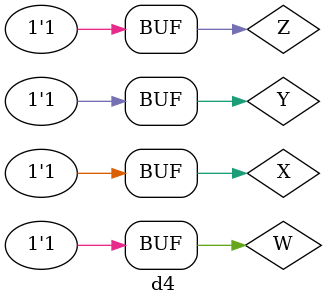
<source format=v>
module PoS (output S, input X , Y, W, Z); // MAXTERMOS
// M 5 6 7
assign S = (X|Y|W|Z) & (X|Y|~W|Z) & (X|~Y|W|Z) & (X|~Y|~W|Z) & (~X|Y|W|~Z) & (~X|Y|~W|Z) & (~X|Y|~W|~Z);
endmodule // PoS

module d4;
reg X, Y, W, Z;
wire S;
// instancias
PoS POS1(S, X, Y, W, Z);
// valores iniciais
initial begin: start
X=1'bx; Y=1'bx; W = 1'bx; Z=1'bx;// indefinidos
end
// parte principal
initial begin: main
// identificacao
$display("Produto da Soma");
// monitoramento
$display(" X  Y  W  Z = PoS( 0, 2, 4, 6, 9, 10, 11 )");
$monitor("%2b %2b %2b %2b =  %2b", X , Y, W, Z, S);
// sinalizacao
#1 X = 0; Y=0; W=0; Z =0;
#1 X = 0; Y=0; W=0; Z =1;
#1 X = 0; Y=0; W=1; Z =0;
#1 X = 0; Y=0; W=1; Z =1;
#1 X = 0; Y=1; W=0; Z =0;
#1 X = 0; Y=1; W=0; Z =1;
#1 X = 0; Y=1; W=1; Z =0;
#1 X = 0; Y=1; W=1; Z =1;
#1 X = 1; Y=0; W=0; Z =0;
#1 X = 1; Y=0; W=0; Z =1;
#1 X = 1; Y=0; W=1; Z =0;
#1 X = 1; Y=0; W=1; Z =1;
#1 X = 1; Y=1; W=0; Z =0;
#1 X = 1; Y=1; W=0; Z =1;
#1 X = 1; Y=1; W=1; Z =0;
#1 X = 1; Y=1; W=1; Z =1;
end
endmodule // test_module
</source>
